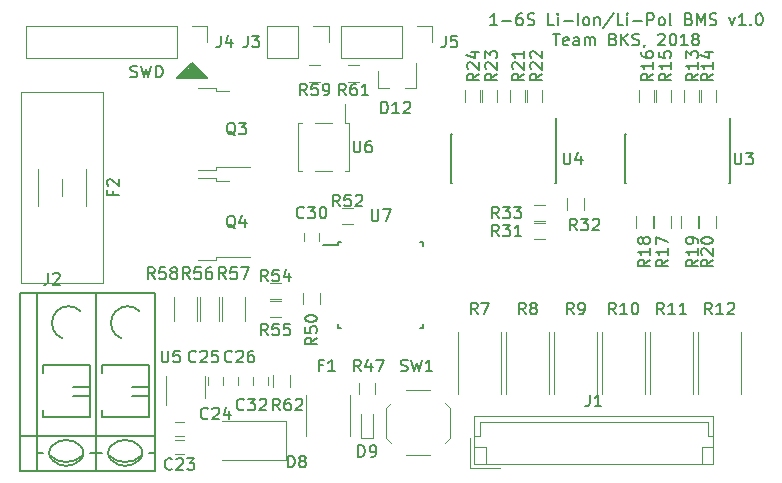
<source format=gbr>
G04 #@! TF.FileFunction,Legend,Top*
%FSLAX46Y46*%
G04 Gerber Fmt 4.6, Leading zero omitted, Abs format (unit mm)*
G04 Created by KiCad (PCBNEW 4.0.7) date 05/04/18 22:17:42*
%MOMM*%
%LPD*%
G01*
G04 APERTURE LIST*
%ADD10C,0.100000*%
%ADD11C,0.200000*%
%ADD12C,0.120000*%
%ADD13C,0.150000*%
G04 APERTURE END LIST*
D10*
D11*
X82773620Y-39480381D02*
X82202191Y-39480381D01*
X82487905Y-39480381D02*
X82487905Y-38480381D01*
X82392667Y-38623238D01*
X82297429Y-38718476D01*
X82202191Y-38766095D01*
X83202191Y-39099429D02*
X83964096Y-39099429D01*
X84868858Y-38480381D02*
X84678381Y-38480381D01*
X84583143Y-38528000D01*
X84535524Y-38575619D01*
X84440286Y-38718476D01*
X84392667Y-38908952D01*
X84392667Y-39289905D01*
X84440286Y-39385143D01*
X84487905Y-39432762D01*
X84583143Y-39480381D01*
X84773620Y-39480381D01*
X84868858Y-39432762D01*
X84916477Y-39385143D01*
X84964096Y-39289905D01*
X84964096Y-39051810D01*
X84916477Y-38956571D01*
X84868858Y-38908952D01*
X84773620Y-38861333D01*
X84583143Y-38861333D01*
X84487905Y-38908952D01*
X84440286Y-38956571D01*
X84392667Y-39051810D01*
X85345048Y-39432762D02*
X85487905Y-39480381D01*
X85726001Y-39480381D01*
X85821239Y-39432762D01*
X85868858Y-39385143D01*
X85916477Y-39289905D01*
X85916477Y-39194667D01*
X85868858Y-39099429D01*
X85821239Y-39051810D01*
X85726001Y-39004190D01*
X85535524Y-38956571D01*
X85440286Y-38908952D01*
X85392667Y-38861333D01*
X85345048Y-38766095D01*
X85345048Y-38670857D01*
X85392667Y-38575619D01*
X85440286Y-38528000D01*
X85535524Y-38480381D01*
X85773620Y-38480381D01*
X85916477Y-38528000D01*
X87583144Y-39480381D02*
X87106953Y-39480381D01*
X87106953Y-38480381D01*
X87916477Y-39480381D02*
X87916477Y-38813714D01*
X87916477Y-38480381D02*
X87868858Y-38528000D01*
X87916477Y-38575619D01*
X87964096Y-38528000D01*
X87916477Y-38480381D01*
X87916477Y-38575619D01*
X88392667Y-39099429D02*
X89154572Y-39099429D01*
X89630762Y-39480381D02*
X89630762Y-38480381D01*
X90249809Y-39480381D02*
X90154571Y-39432762D01*
X90106952Y-39385143D01*
X90059333Y-39289905D01*
X90059333Y-39004190D01*
X90106952Y-38908952D01*
X90154571Y-38861333D01*
X90249809Y-38813714D01*
X90392667Y-38813714D01*
X90487905Y-38861333D01*
X90535524Y-38908952D01*
X90583143Y-39004190D01*
X90583143Y-39289905D01*
X90535524Y-39385143D01*
X90487905Y-39432762D01*
X90392667Y-39480381D01*
X90249809Y-39480381D01*
X91011714Y-38813714D02*
X91011714Y-39480381D01*
X91011714Y-38908952D02*
X91059333Y-38861333D01*
X91154571Y-38813714D01*
X91297429Y-38813714D01*
X91392667Y-38861333D01*
X91440286Y-38956571D01*
X91440286Y-39480381D01*
X92630762Y-38432762D02*
X91773619Y-39718476D01*
X93440286Y-39480381D02*
X92964095Y-39480381D01*
X92964095Y-38480381D01*
X93773619Y-39480381D02*
X93773619Y-38813714D01*
X93773619Y-38480381D02*
X93726000Y-38528000D01*
X93773619Y-38575619D01*
X93821238Y-38528000D01*
X93773619Y-38480381D01*
X93773619Y-38575619D01*
X94249809Y-39099429D02*
X95011714Y-39099429D01*
X95487904Y-39480381D02*
X95487904Y-38480381D01*
X95868857Y-38480381D01*
X95964095Y-38528000D01*
X96011714Y-38575619D01*
X96059333Y-38670857D01*
X96059333Y-38813714D01*
X96011714Y-38908952D01*
X95964095Y-38956571D01*
X95868857Y-39004190D01*
X95487904Y-39004190D01*
X96630761Y-39480381D02*
X96535523Y-39432762D01*
X96487904Y-39385143D01*
X96440285Y-39289905D01*
X96440285Y-39004190D01*
X96487904Y-38908952D01*
X96535523Y-38861333D01*
X96630761Y-38813714D01*
X96773619Y-38813714D01*
X96868857Y-38861333D01*
X96916476Y-38908952D01*
X96964095Y-39004190D01*
X96964095Y-39289905D01*
X96916476Y-39385143D01*
X96868857Y-39432762D01*
X96773619Y-39480381D01*
X96630761Y-39480381D01*
X97535523Y-39480381D02*
X97440285Y-39432762D01*
X97392666Y-39337524D01*
X97392666Y-38480381D01*
X99011715Y-38956571D02*
X99154572Y-39004190D01*
X99202191Y-39051810D01*
X99249810Y-39147048D01*
X99249810Y-39289905D01*
X99202191Y-39385143D01*
X99154572Y-39432762D01*
X99059334Y-39480381D01*
X98678381Y-39480381D01*
X98678381Y-38480381D01*
X99011715Y-38480381D01*
X99106953Y-38528000D01*
X99154572Y-38575619D01*
X99202191Y-38670857D01*
X99202191Y-38766095D01*
X99154572Y-38861333D01*
X99106953Y-38908952D01*
X99011715Y-38956571D01*
X98678381Y-38956571D01*
X99678381Y-39480381D02*
X99678381Y-38480381D01*
X100011715Y-39194667D01*
X100345048Y-38480381D01*
X100345048Y-39480381D01*
X100773619Y-39432762D02*
X100916476Y-39480381D01*
X101154572Y-39480381D01*
X101249810Y-39432762D01*
X101297429Y-39385143D01*
X101345048Y-39289905D01*
X101345048Y-39194667D01*
X101297429Y-39099429D01*
X101249810Y-39051810D01*
X101154572Y-39004190D01*
X100964095Y-38956571D01*
X100868857Y-38908952D01*
X100821238Y-38861333D01*
X100773619Y-38766095D01*
X100773619Y-38670857D01*
X100821238Y-38575619D01*
X100868857Y-38528000D01*
X100964095Y-38480381D01*
X101202191Y-38480381D01*
X101345048Y-38528000D01*
X102440286Y-38813714D02*
X102678381Y-39480381D01*
X102916477Y-38813714D01*
X103821239Y-39480381D02*
X103249810Y-39480381D01*
X103535524Y-39480381D02*
X103535524Y-38480381D01*
X103440286Y-38623238D01*
X103345048Y-38718476D01*
X103249810Y-38766095D01*
X104249810Y-39385143D02*
X104297429Y-39432762D01*
X104249810Y-39480381D01*
X104202191Y-39432762D01*
X104249810Y-39385143D01*
X104249810Y-39480381D01*
X104916476Y-38480381D02*
X105011715Y-38480381D01*
X105106953Y-38528000D01*
X105154572Y-38575619D01*
X105202191Y-38670857D01*
X105249810Y-38861333D01*
X105249810Y-39099429D01*
X105202191Y-39289905D01*
X105154572Y-39385143D01*
X105106953Y-39432762D01*
X105011715Y-39480381D01*
X104916476Y-39480381D01*
X104821238Y-39432762D01*
X104773619Y-39385143D01*
X104726000Y-39289905D01*
X104678381Y-39099429D01*
X104678381Y-38861333D01*
X104726000Y-38670857D01*
X104773619Y-38575619D01*
X104821238Y-38528000D01*
X104916476Y-38480381D01*
X87511714Y-40180381D02*
X88083143Y-40180381D01*
X87797428Y-41180381D02*
X87797428Y-40180381D01*
X88797429Y-41132762D02*
X88702191Y-41180381D01*
X88511714Y-41180381D01*
X88416476Y-41132762D01*
X88368857Y-41037524D01*
X88368857Y-40656571D01*
X88416476Y-40561333D01*
X88511714Y-40513714D01*
X88702191Y-40513714D01*
X88797429Y-40561333D01*
X88845048Y-40656571D01*
X88845048Y-40751810D01*
X88368857Y-40847048D01*
X89702191Y-41180381D02*
X89702191Y-40656571D01*
X89654572Y-40561333D01*
X89559334Y-40513714D01*
X89368857Y-40513714D01*
X89273619Y-40561333D01*
X89702191Y-41132762D02*
X89606953Y-41180381D01*
X89368857Y-41180381D01*
X89273619Y-41132762D01*
X89226000Y-41037524D01*
X89226000Y-40942286D01*
X89273619Y-40847048D01*
X89368857Y-40799429D01*
X89606953Y-40799429D01*
X89702191Y-40751810D01*
X90178381Y-41180381D02*
X90178381Y-40513714D01*
X90178381Y-40608952D02*
X90226000Y-40561333D01*
X90321238Y-40513714D01*
X90464096Y-40513714D01*
X90559334Y-40561333D01*
X90606953Y-40656571D01*
X90606953Y-41180381D01*
X90606953Y-40656571D02*
X90654572Y-40561333D01*
X90749810Y-40513714D01*
X90892667Y-40513714D01*
X90987905Y-40561333D01*
X91035524Y-40656571D01*
X91035524Y-41180381D01*
X92606953Y-40656571D02*
X92749810Y-40704190D01*
X92797429Y-40751810D01*
X92845048Y-40847048D01*
X92845048Y-40989905D01*
X92797429Y-41085143D01*
X92749810Y-41132762D01*
X92654572Y-41180381D01*
X92273619Y-41180381D01*
X92273619Y-40180381D01*
X92606953Y-40180381D01*
X92702191Y-40228000D01*
X92749810Y-40275619D01*
X92797429Y-40370857D01*
X92797429Y-40466095D01*
X92749810Y-40561333D01*
X92702191Y-40608952D01*
X92606953Y-40656571D01*
X92273619Y-40656571D01*
X93273619Y-41180381D02*
X93273619Y-40180381D01*
X93845048Y-41180381D02*
X93416476Y-40608952D01*
X93845048Y-40180381D02*
X93273619Y-40751810D01*
X94226000Y-41132762D02*
X94368857Y-41180381D01*
X94606953Y-41180381D01*
X94702191Y-41132762D01*
X94749810Y-41085143D01*
X94797429Y-40989905D01*
X94797429Y-40894667D01*
X94749810Y-40799429D01*
X94702191Y-40751810D01*
X94606953Y-40704190D01*
X94416476Y-40656571D01*
X94321238Y-40608952D01*
X94273619Y-40561333D01*
X94226000Y-40466095D01*
X94226000Y-40370857D01*
X94273619Y-40275619D01*
X94321238Y-40228000D01*
X94416476Y-40180381D01*
X94654572Y-40180381D01*
X94797429Y-40228000D01*
X95273619Y-41132762D02*
X95273619Y-41180381D01*
X95226000Y-41275619D01*
X95178381Y-41323238D01*
X96416476Y-40275619D02*
X96464095Y-40228000D01*
X96559333Y-40180381D01*
X96797429Y-40180381D01*
X96892667Y-40228000D01*
X96940286Y-40275619D01*
X96987905Y-40370857D01*
X96987905Y-40466095D01*
X96940286Y-40608952D01*
X96368857Y-41180381D01*
X96987905Y-41180381D01*
X97606952Y-40180381D02*
X97702191Y-40180381D01*
X97797429Y-40228000D01*
X97845048Y-40275619D01*
X97892667Y-40370857D01*
X97940286Y-40561333D01*
X97940286Y-40799429D01*
X97892667Y-40989905D01*
X97845048Y-41085143D01*
X97797429Y-41132762D01*
X97702191Y-41180381D01*
X97606952Y-41180381D01*
X97511714Y-41132762D01*
X97464095Y-41085143D01*
X97416476Y-40989905D01*
X97368857Y-40799429D01*
X97368857Y-40561333D01*
X97416476Y-40370857D01*
X97464095Y-40275619D01*
X97511714Y-40228000D01*
X97606952Y-40180381D01*
X98892667Y-41180381D02*
X98321238Y-41180381D01*
X98606952Y-41180381D02*
X98606952Y-40180381D01*
X98511714Y-40323238D01*
X98416476Y-40418476D01*
X98321238Y-40466095D01*
X99464095Y-40608952D02*
X99368857Y-40561333D01*
X99321238Y-40513714D01*
X99273619Y-40418476D01*
X99273619Y-40370857D01*
X99321238Y-40275619D01*
X99368857Y-40228000D01*
X99464095Y-40180381D01*
X99654572Y-40180381D01*
X99749810Y-40228000D01*
X99797429Y-40275619D01*
X99845048Y-40370857D01*
X99845048Y-40418476D01*
X99797429Y-40513714D01*
X99749810Y-40561333D01*
X99654572Y-40608952D01*
X99464095Y-40608952D01*
X99368857Y-40656571D01*
X99321238Y-40704190D01*
X99273619Y-40799429D01*
X99273619Y-40989905D01*
X99321238Y-41085143D01*
X99368857Y-41132762D01*
X99464095Y-41180381D01*
X99654572Y-41180381D01*
X99749810Y-41132762D01*
X99797429Y-41085143D01*
X99845048Y-40989905D01*
X99845048Y-40799429D01*
X99797429Y-40704190D01*
X99749810Y-40656571D01*
X99654572Y-40608952D01*
X51728857Y-43838762D02*
X51871714Y-43886381D01*
X52109810Y-43886381D01*
X52205048Y-43838762D01*
X52252667Y-43791143D01*
X52300286Y-43695905D01*
X52300286Y-43600667D01*
X52252667Y-43505429D01*
X52205048Y-43457810D01*
X52109810Y-43410190D01*
X51919333Y-43362571D01*
X51824095Y-43314952D01*
X51776476Y-43267333D01*
X51728857Y-43172095D01*
X51728857Y-43076857D01*
X51776476Y-42981619D01*
X51824095Y-42934000D01*
X51919333Y-42886381D01*
X52157429Y-42886381D01*
X52300286Y-42934000D01*
X52633619Y-42886381D02*
X52871714Y-43886381D01*
X53062191Y-43172095D01*
X53252667Y-43886381D01*
X53490762Y-42886381D01*
X53871714Y-43886381D02*
X53871714Y-42886381D01*
X54109809Y-42886381D01*
X54252667Y-42934000D01*
X54347905Y-43029238D01*
X54395524Y-43124476D01*
X54443143Y-43314952D01*
X54443143Y-43457810D01*
X54395524Y-43648286D01*
X54347905Y-43743524D01*
X54252667Y-43838762D01*
X54109809Y-43886381D01*
X53871714Y-43886381D01*
X56642000Y-42926000D02*
X56896000Y-42926000D01*
X56134000Y-43942000D02*
X55880000Y-43688000D01*
X56388000Y-43942000D02*
X56134000Y-43942000D01*
X56134000Y-43688000D02*
X56388000Y-43942000D01*
X56134000Y-43434000D02*
X56134000Y-43688000D01*
X56642000Y-43942000D02*
X56134000Y-43434000D01*
X56896000Y-43942000D02*
X56642000Y-43942000D01*
X56388000Y-43434000D02*
X56896000Y-43942000D01*
X56642000Y-43180000D02*
X56388000Y-43434000D01*
X57404000Y-43942000D02*
X56642000Y-43180000D01*
X57150000Y-43942000D02*
X57404000Y-43942000D01*
X56388000Y-43180000D02*
X57150000Y-43942000D01*
X56642000Y-42926000D02*
X56388000Y-43180000D01*
X57658000Y-43942000D02*
X56642000Y-42926000D01*
X57912000Y-43942000D02*
X57658000Y-43942000D01*
X56896000Y-42926000D02*
X57912000Y-43942000D01*
X56896000Y-42672000D02*
X56896000Y-42926000D01*
X58166000Y-43942000D02*
X56896000Y-42672000D01*
X55626000Y-43942000D02*
X58166000Y-43942000D01*
X56896000Y-42672000D02*
X55626000Y-43942000D01*
D12*
X55530000Y-74584000D02*
X56230000Y-74584000D01*
X56230000Y-75784000D02*
X55530000Y-75784000D01*
X56230000Y-74260000D02*
X55530000Y-74260000D01*
X55530000Y-73060000D02*
X56230000Y-73060000D01*
X59528000Y-69246000D02*
X59528000Y-69946000D01*
X58328000Y-69946000D02*
X58328000Y-69246000D01*
X59598000Y-69946000D02*
X59598000Y-69246000D01*
X60798000Y-69246000D02*
X60798000Y-69946000D01*
X67656000Y-57054000D02*
X67656000Y-57754000D01*
X66456000Y-57754000D02*
X66456000Y-57054000D01*
X62138000Y-69946000D02*
X62138000Y-69246000D01*
X63338000Y-69246000D02*
X63338000Y-69946000D01*
X64868000Y-76326000D02*
X64868000Y-73026000D01*
X64868000Y-73026000D02*
X59468000Y-73026000D01*
X64868000Y-76326000D02*
X59468000Y-76326000D01*
X71255000Y-74452000D02*
X72255000Y-74452000D01*
X72255000Y-74452000D02*
X72255000Y-72352000D01*
X71255000Y-74452000D02*
X71255000Y-72352000D01*
X72715000Y-44829000D02*
X73645000Y-44829000D01*
X75875000Y-44829000D02*
X74945000Y-44829000D01*
X75875000Y-44829000D02*
X75875000Y-42669000D01*
X72715000Y-44829000D02*
X72715000Y-43369000D01*
X70333000Y-74247000D02*
X70333000Y-70787000D01*
X66573000Y-74247000D02*
X66573000Y-70787000D01*
X49395000Y-45120000D02*
X42455000Y-45120000D01*
X42455000Y-45120000D02*
X42455000Y-61320000D01*
X42455000Y-61320000D02*
X49395000Y-61320000D01*
X49395000Y-61320000D02*
X49395000Y-45120000D01*
X45925000Y-52470000D02*
X45925000Y-53970000D01*
X43925000Y-54820000D02*
X43925000Y-51620000D01*
X47925000Y-51620000D02*
X47925000Y-54820000D01*
X80789000Y-72545000D02*
X80789000Y-76645000D01*
X80789000Y-76645000D02*
X101089000Y-76645000D01*
X101089000Y-76645000D02*
X101089000Y-72545000D01*
X101089000Y-72545000D02*
X80789000Y-72545000D01*
X80789000Y-74295000D02*
X81289000Y-74295000D01*
X81289000Y-74295000D02*
X81289000Y-73045000D01*
X81289000Y-73045000D02*
X100589000Y-73045000D01*
X100589000Y-73045000D02*
X100589000Y-74295000D01*
X100589000Y-74295000D02*
X101089000Y-74295000D01*
X80789000Y-75145000D02*
X81789000Y-75145000D01*
X81789000Y-75145000D02*
X81789000Y-76645000D01*
X101089000Y-75145000D02*
X100089000Y-75145000D01*
X100089000Y-75145000D02*
X100089000Y-76645000D01*
X80489000Y-74445000D02*
X80489000Y-76945000D01*
X80489000Y-76945000D02*
X82989000Y-76945000D01*
D13*
X48835000Y-74285000D02*
X53835000Y-74285000D01*
X53834040Y-62184280D02*
X48835320Y-62184280D01*
X53834040Y-77185520D02*
X48835320Y-77185520D01*
X53834040Y-62184280D02*
X53834040Y-77185520D01*
X48835320Y-75684380D02*
X49335700Y-75684380D01*
X53834040Y-75684380D02*
X53336200Y-75684380D01*
X49284900Y-72684640D02*
X49284900Y-72085200D01*
X53285400Y-72684640D02*
X49284900Y-72684640D01*
X53285400Y-68285360D02*
X53285400Y-72684640D01*
X49284900Y-68285360D02*
X53285400Y-68285360D01*
X49284900Y-68285360D02*
X49284900Y-68884800D01*
X53285400Y-70086220D02*
X51885860Y-70086220D01*
X53285400Y-70883780D02*
X51885860Y-70883780D01*
X52485300Y-63685420D02*
G75*
G03X50483780Y-63685420I-1000760J-1000760D01*
G01*
X50486320Y-63685420D02*
G75*
G03X50483780Y-65684400I998220J-1000760D01*
G01*
X52482760Y-75087480D02*
G75*
G03X50085000Y-75087480I-1198880J-1198880D01*
G01*
X50085000Y-76286360D02*
G75*
G03X52485300Y-76283820I1198880J1201420D01*
G01*
X50085000Y-75084940D02*
G75*
G03X50085000Y-76283820I599440J-599440D01*
G01*
X52485300Y-76286360D02*
G75*
G03X52487840Y-75084940I-599440J601980D01*
G01*
X49884340Y-75887580D02*
G75*
G03X52685960Y-75885040I1399540J1402080D01*
G01*
X50186600Y-64137540D02*
G75*
G03X50935900Y-65984120I1297940J-548640D01*
G01*
X48835000Y-74285000D02*
X42335000Y-74285000D01*
X43835000Y-77185000D02*
X42335000Y-77185000D01*
X42335000Y-77185000D02*
X42335000Y-62185000D01*
X42335000Y-62185000D02*
X43835000Y-62185000D01*
X45186600Y-64137540D02*
G75*
G03X45935900Y-65984120I1297940J-548640D01*
G01*
X44884340Y-75887580D02*
G75*
G03X47685960Y-75885040I1399540J1402080D01*
G01*
X47485300Y-76286360D02*
G75*
G03X47487840Y-75084940I-599440J601980D01*
G01*
X45085000Y-75084940D02*
G75*
G03X45085000Y-76283820I599440J-599440D01*
G01*
X45085000Y-76286360D02*
G75*
G03X47485300Y-76283820I1198880J1201420D01*
G01*
X47482760Y-75087480D02*
G75*
G03X45085000Y-75087480I-1198880J-1198880D01*
G01*
X45486320Y-63685420D02*
G75*
G03X45483780Y-65684400I998220J-1000760D01*
G01*
X47485300Y-63685420D02*
G75*
G03X45483780Y-63685420I-1000760J-1000760D01*
G01*
X48285400Y-70883780D02*
X46885860Y-70883780D01*
X48285400Y-70086220D02*
X46885860Y-70086220D01*
X44284900Y-68285360D02*
X44284900Y-68884800D01*
X44284900Y-68285360D02*
X48285400Y-68285360D01*
X48285400Y-68285360D02*
X48285400Y-72684640D01*
X48285400Y-72684640D02*
X44284900Y-72684640D01*
X44284900Y-72684640D02*
X44284900Y-72085200D01*
X48834040Y-75684380D02*
X48336200Y-75684380D01*
X43835320Y-75684380D02*
X44335700Y-75684380D01*
X48834040Y-62184280D02*
X48834040Y-77185520D01*
X48834040Y-77185520D02*
X43835320Y-77185520D01*
X43835320Y-77185520D02*
X43835320Y-62184280D01*
X48834040Y-62184280D02*
X43835320Y-62184280D01*
D12*
X63313000Y-39564000D02*
X63313000Y-42224000D01*
X65913000Y-39564000D02*
X63313000Y-39564000D01*
X65913000Y-42224000D02*
X63313000Y-42224000D01*
X65913000Y-39564000D02*
X65913000Y-42224000D01*
X67183000Y-39564000D02*
X68513000Y-39564000D01*
X68513000Y-39564000D02*
X68513000Y-40894000D01*
X42866000Y-39564000D02*
X42866000Y-42224000D01*
X55626000Y-39564000D02*
X42866000Y-39564000D01*
X55626000Y-42224000D02*
X42866000Y-42224000D01*
X55626000Y-39564000D02*
X55626000Y-42224000D01*
X56896000Y-39564000D02*
X58226000Y-39564000D01*
X58226000Y-39564000D02*
X58226000Y-40894000D01*
X69536000Y-39564000D02*
X69536000Y-42224000D01*
X74676000Y-39564000D02*
X69536000Y-39564000D01*
X74676000Y-42224000D02*
X69536000Y-42224000D01*
X74676000Y-39564000D02*
X74676000Y-42224000D01*
X75946000Y-39564000D02*
X77276000Y-39564000D01*
X77276000Y-39564000D02*
X77276000Y-40894000D01*
X57485000Y-51710000D02*
X58985000Y-51710000D01*
X58985000Y-51710000D02*
X58985000Y-51440000D01*
X58985000Y-51440000D02*
X61815000Y-51440000D01*
X57485000Y-44810000D02*
X58985000Y-44810000D01*
X58985000Y-44810000D02*
X58985000Y-45080000D01*
X58985000Y-45080000D02*
X60085000Y-45080000D01*
X57485000Y-59330000D02*
X58985000Y-59330000D01*
X58985000Y-59330000D02*
X58985000Y-59060000D01*
X58985000Y-59060000D02*
X61815000Y-59060000D01*
X57485000Y-52430000D02*
X58985000Y-52430000D01*
X58985000Y-52430000D02*
X58985000Y-52700000D01*
X58985000Y-52700000D02*
X60085000Y-52700000D01*
X83100000Y-65472000D02*
X83100000Y-70672000D01*
X79460000Y-70672000D02*
X79460000Y-65472000D01*
X87164000Y-65472000D02*
X87164000Y-70672000D01*
X83524000Y-70672000D02*
X83524000Y-65472000D01*
X91228000Y-65472000D02*
X91228000Y-70672000D01*
X87588000Y-70672000D02*
X87588000Y-65472000D01*
X95292000Y-65472000D02*
X95292000Y-70672000D01*
X91652000Y-70672000D02*
X91652000Y-65472000D01*
X99356000Y-65472000D02*
X99356000Y-70672000D01*
X95716000Y-70672000D02*
X95716000Y-65472000D01*
X103420000Y-65472000D02*
X103420000Y-70672000D01*
X99780000Y-70672000D02*
X99780000Y-65472000D01*
X99994000Y-44966000D02*
X99994000Y-45966000D01*
X98634000Y-45966000D02*
X98634000Y-44966000D01*
X101264000Y-44966000D02*
X101264000Y-45966000D01*
X99904000Y-45966000D02*
X99904000Y-44966000D01*
X97454000Y-44966000D02*
X97454000Y-45966000D01*
X96094000Y-45966000D02*
X96094000Y-44966000D01*
X96184000Y-44966000D02*
X96184000Y-45966000D01*
X94824000Y-45966000D02*
X94824000Y-44966000D01*
X96094000Y-56634000D02*
X96094000Y-55634000D01*
X97454000Y-55634000D02*
X97454000Y-56634000D01*
X94570000Y-56634000D02*
X94570000Y-55634000D01*
X95930000Y-55634000D02*
X95930000Y-56634000D01*
X98380000Y-56634000D02*
X98380000Y-55634000D01*
X99740000Y-55634000D02*
X99740000Y-56634000D01*
X99904000Y-56634000D02*
X99904000Y-55634000D01*
X101264000Y-55634000D02*
X101264000Y-56634000D01*
X85262000Y-44966000D02*
X85262000Y-45966000D01*
X83902000Y-45966000D02*
X83902000Y-44966000D01*
X86532000Y-44966000D02*
X86532000Y-45966000D01*
X85172000Y-45966000D02*
X85172000Y-44966000D01*
X82722000Y-44966000D02*
X82722000Y-45966000D01*
X81362000Y-45966000D02*
X81362000Y-44966000D01*
X81452000Y-44966000D02*
X81452000Y-45966000D01*
X80092000Y-45966000D02*
X80092000Y-44966000D01*
X86860000Y-57576000D02*
X85860000Y-57576000D01*
X85860000Y-56216000D02*
X86860000Y-56216000D01*
X90088000Y-54110000D02*
X90088000Y-55110000D01*
X88728000Y-55110000D02*
X88728000Y-54110000D01*
X85860000Y-54692000D02*
X86860000Y-54692000D01*
X86860000Y-56052000D02*
X85860000Y-56052000D01*
X71075000Y-70731000D02*
X71075000Y-69731000D01*
X72435000Y-69731000D02*
X72435000Y-70731000D01*
X67736000Y-62111000D02*
X67736000Y-63111000D01*
X66376000Y-63111000D02*
X66376000Y-62111000D01*
X69604000Y-54946000D02*
X70604000Y-54946000D01*
X70604000Y-56306000D02*
X69604000Y-56306000D01*
X63508000Y-61296000D02*
X64508000Y-61296000D01*
X64508000Y-62656000D02*
X63508000Y-62656000D01*
X63508000Y-62820000D02*
X64508000Y-62820000D01*
X64508000Y-64180000D02*
X63508000Y-64180000D01*
X59490000Y-62500000D02*
X59490000Y-64500000D01*
X57350000Y-64500000D02*
X57350000Y-62500000D01*
X61395000Y-62500000D02*
X61395000Y-64500000D01*
X59255000Y-64500000D02*
X59255000Y-62500000D01*
X57585000Y-62500000D02*
X57585000Y-64500000D01*
X55445000Y-64500000D02*
X55445000Y-62500000D01*
X67810000Y-44241000D02*
X66810000Y-44241000D01*
X66810000Y-42881000D02*
X67810000Y-42881000D01*
X71112000Y-44241000D02*
X70112000Y-44241000D01*
X70112000Y-42881000D02*
X71112000Y-42881000D01*
X65196000Y-69096000D02*
X65196000Y-70096000D01*
X63836000Y-70096000D02*
X63836000Y-69096000D01*
X78373000Y-74852000D02*
X78823000Y-74402000D01*
X78373000Y-71452000D02*
X78823000Y-71902000D01*
X73773000Y-71452000D02*
X73323000Y-71902000D01*
X73773000Y-74852000D02*
X73323000Y-74402000D01*
X75073000Y-70402000D02*
X77073000Y-70402000D01*
X78823000Y-74402000D02*
X78823000Y-71902000D01*
X75073000Y-75902000D02*
X77073000Y-75902000D01*
X73323000Y-74402000D02*
X73323000Y-71902000D01*
D13*
X102494000Y-48725000D02*
X102469000Y-48725000D01*
X102494000Y-52875000D02*
X102379000Y-52875000D01*
X93594000Y-52875000D02*
X93709000Y-52875000D01*
X93594000Y-48725000D02*
X93709000Y-48725000D01*
X102494000Y-48725000D02*
X102494000Y-52875000D01*
X93594000Y-48725000D02*
X93594000Y-52875000D01*
X102469000Y-48725000D02*
X102469000Y-47350000D01*
X87762000Y-48725000D02*
X87737000Y-48725000D01*
X87762000Y-52875000D02*
X87647000Y-52875000D01*
X78862000Y-52875000D02*
X78977000Y-52875000D01*
X78862000Y-48725000D02*
X78977000Y-48725000D01*
X87762000Y-48725000D02*
X87762000Y-52875000D01*
X78862000Y-48725000D02*
X78862000Y-52875000D01*
X87737000Y-48725000D02*
X87737000Y-47350000D01*
D12*
X57998000Y-71004000D02*
X57998000Y-69204000D01*
X54778000Y-69204000D02*
X54778000Y-71654000D01*
X65922000Y-51784000D02*
X66272000Y-51784000D01*
X65922000Y-47784000D02*
X65922000Y-51784000D01*
X66272000Y-47784000D02*
X65922000Y-47784000D01*
X69872000Y-47784000D02*
X69872000Y-46184000D01*
X70222000Y-51784000D02*
X69872000Y-51784000D01*
X70222000Y-47784000D02*
X70222000Y-51784000D01*
X69872000Y-47784000D02*
X70222000Y-47784000D01*
X67322000Y-47784000D02*
X68822000Y-47784000D01*
X67322000Y-51784000D02*
X68822000Y-51784000D01*
D13*
X69273000Y-57843000D02*
X69273000Y-58068000D01*
X76523000Y-57843000D02*
X76523000Y-58143000D01*
X76523000Y-65093000D02*
X76523000Y-64793000D01*
X69273000Y-65093000D02*
X69273000Y-64793000D01*
X69273000Y-57843000D02*
X69573000Y-57843000D01*
X69273000Y-65093000D02*
X69573000Y-65093000D01*
X76523000Y-65093000D02*
X76223000Y-65093000D01*
X76523000Y-57843000D02*
X76223000Y-57843000D01*
X69273000Y-58068000D02*
X68048000Y-58068000D01*
X55237143Y-77041143D02*
X55189524Y-77088762D01*
X55046667Y-77136381D01*
X54951429Y-77136381D01*
X54808571Y-77088762D01*
X54713333Y-76993524D01*
X54665714Y-76898286D01*
X54618095Y-76707810D01*
X54618095Y-76564952D01*
X54665714Y-76374476D01*
X54713333Y-76279238D01*
X54808571Y-76184000D01*
X54951429Y-76136381D01*
X55046667Y-76136381D01*
X55189524Y-76184000D01*
X55237143Y-76231619D01*
X55618095Y-76231619D02*
X55665714Y-76184000D01*
X55760952Y-76136381D01*
X55999048Y-76136381D01*
X56094286Y-76184000D01*
X56141905Y-76231619D01*
X56189524Y-76326857D01*
X56189524Y-76422095D01*
X56141905Y-76564952D01*
X55570476Y-77136381D01*
X56189524Y-77136381D01*
X56522857Y-76136381D02*
X57141905Y-76136381D01*
X56808571Y-76517333D01*
X56951429Y-76517333D01*
X57046667Y-76564952D01*
X57094286Y-76612571D01*
X57141905Y-76707810D01*
X57141905Y-76945905D01*
X57094286Y-77041143D01*
X57046667Y-77088762D01*
X56951429Y-77136381D01*
X56665714Y-77136381D01*
X56570476Y-77088762D01*
X56522857Y-77041143D01*
X58285143Y-72747143D02*
X58237524Y-72794762D01*
X58094667Y-72842381D01*
X57999429Y-72842381D01*
X57856571Y-72794762D01*
X57761333Y-72699524D01*
X57713714Y-72604286D01*
X57666095Y-72413810D01*
X57666095Y-72270952D01*
X57713714Y-72080476D01*
X57761333Y-71985238D01*
X57856571Y-71890000D01*
X57999429Y-71842381D01*
X58094667Y-71842381D01*
X58237524Y-71890000D01*
X58285143Y-71937619D01*
X58666095Y-71937619D02*
X58713714Y-71890000D01*
X58808952Y-71842381D01*
X59047048Y-71842381D01*
X59142286Y-71890000D01*
X59189905Y-71937619D01*
X59237524Y-72032857D01*
X59237524Y-72128095D01*
X59189905Y-72270952D01*
X58618476Y-72842381D01*
X59237524Y-72842381D01*
X60094667Y-72175714D02*
X60094667Y-72842381D01*
X59856571Y-71794762D02*
X59618476Y-72509048D01*
X60237524Y-72509048D01*
X57269143Y-67921143D02*
X57221524Y-67968762D01*
X57078667Y-68016381D01*
X56983429Y-68016381D01*
X56840571Y-67968762D01*
X56745333Y-67873524D01*
X56697714Y-67778286D01*
X56650095Y-67587810D01*
X56650095Y-67444952D01*
X56697714Y-67254476D01*
X56745333Y-67159238D01*
X56840571Y-67064000D01*
X56983429Y-67016381D01*
X57078667Y-67016381D01*
X57221524Y-67064000D01*
X57269143Y-67111619D01*
X57650095Y-67111619D02*
X57697714Y-67064000D01*
X57792952Y-67016381D01*
X58031048Y-67016381D01*
X58126286Y-67064000D01*
X58173905Y-67111619D01*
X58221524Y-67206857D01*
X58221524Y-67302095D01*
X58173905Y-67444952D01*
X57602476Y-68016381D01*
X58221524Y-68016381D01*
X59126286Y-67016381D02*
X58650095Y-67016381D01*
X58602476Y-67492571D01*
X58650095Y-67444952D01*
X58745333Y-67397333D01*
X58983429Y-67397333D01*
X59078667Y-67444952D01*
X59126286Y-67492571D01*
X59173905Y-67587810D01*
X59173905Y-67825905D01*
X59126286Y-67921143D01*
X59078667Y-67968762D01*
X58983429Y-68016381D01*
X58745333Y-68016381D01*
X58650095Y-67968762D01*
X58602476Y-67921143D01*
X60317143Y-67921143D02*
X60269524Y-67968762D01*
X60126667Y-68016381D01*
X60031429Y-68016381D01*
X59888571Y-67968762D01*
X59793333Y-67873524D01*
X59745714Y-67778286D01*
X59698095Y-67587810D01*
X59698095Y-67444952D01*
X59745714Y-67254476D01*
X59793333Y-67159238D01*
X59888571Y-67064000D01*
X60031429Y-67016381D01*
X60126667Y-67016381D01*
X60269524Y-67064000D01*
X60317143Y-67111619D01*
X60698095Y-67111619D02*
X60745714Y-67064000D01*
X60840952Y-67016381D01*
X61079048Y-67016381D01*
X61174286Y-67064000D01*
X61221905Y-67111619D01*
X61269524Y-67206857D01*
X61269524Y-67302095D01*
X61221905Y-67444952D01*
X60650476Y-68016381D01*
X61269524Y-68016381D01*
X62126667Y-67016381D02*
X61936190Y-67016381D01*
X61840952Y-67064000D01*
X61793333Y-67111619D01*
X61698095Y-67254476D01*
X61650476Y-67444952D01*
X61650476Y-67825905D01*
X61698095Y-67921143D01*
X61745714Y-67968762D01*
X61840952Y-68016381D01*
X62031429Y-68016381D01*
X62126667Y-67968762D01*
X62174286Y-67921143D01*
X62221905Y-67825905D01*
X62221905Y-67587810D01*
X62174286Y-67492571D01*
X62126667Y-67444952D01*
X62031429Y-67397333D01*
X61840952Y-67397333D01*
X61745714Y-67444952D01*
X61698095Y-67492571D01*
X61650476Y-67587810D01*
X66413143Y-55729143D02*
X66365524Y-55776762D01*
X66222667Y-55824381D01*
X66127429Y-55824381D01*
X65984571Y-55776762D01*
X65889333Y-55681524D01*
X65841714Y-55586286D01*
X65794095Y-55395810D01*
X65794095Y-55252952D01*
X65841714Y-55062476D01*
X65889333Y-54967238D01*
X65984571Y-54872000D01*
X66127429Y-54824381D01*
X66222667Y-54824381D01*
X66365524Y-54872000D01*
X66413143Y-54919619D01*
X66746476Y-54824381D02*
X67365524Y-54824381D01*
X67032190Y-55205333D01*
X67175048Y-55205333D01*
X67270286Y-55252952D01*
X67317905Y-55300571D01*
X67365524Y-55395810D01*
X67365524Y-55633905D01*
X67317905Y-55729143D01*
X67270286Y-55776762D01*
X67175048Y-55824381D01*
X66889333Y-55824381D01*
X66794095Y-55776762D01*
X66746476Y-55729143D01*
X67984571Y-54824381D02*
X68079810Y-54824381D01*
X68175048Y-54872000D01*
X68222667Y-54919619D01*
X68270286Y-55014857D01*
X68317905Y-55205333D01*
X68317905Y-55443429D01*
X68270286Y-55633905D01*
X68222667Y-55729143D01*
X68175048Y-55776762D01*
X68079810Y-55824381D01*
X67984571Y-55824381D01*
X67889333Y-55776762D01*
X67841714Y-55729143D01*
X67794095Y-55633905D01*
X67746476Y-55443429D01*
X67746476Y-55205333D01*
X67794095Y-55014857D01*
X67841714Y-54919619D01*
X67889333Y-54872000D01*
X67984571Y-54824381D01*
X61333143Y-71985143D02*
X61285524Y-72032762D01*
X61142667Y-72080381D01*
X61047429Y-72080381D01*
X60904571Y-72032762D01*
X60809333Y-71937524D01*
X60761714Y-71842286D01*
X60714095Y-71651810D01*
X60714095Y-71508952D01*
X60761714Y-71318476D01*
X60809333Y-71223238D01*
X60904571Y-71128000D01*
X61047429Y-71080381D01*
X61142667Y-71080381D01*
X61285524Y-71128000D01*
X61333143Y-71175619D01*
X61666476Y-71080381D02*
X62285524Y-71080381D01*
X61952190Y-71461333D01*
X62095048Y-71461333D01*
X62190286Y-71508952D01*
X62237905Y-71556571D01*
X62285524Y-71651810D01*
X62285524Y-71889905D01*
X62237905Y-71985143D01*
X62190286Y-72032762D01*
X62095048Y-72080381D01*
X61809333Y-72080381D01*
X61714095Y-72032762D01*
X61666476Y-71985143D01*
X62666476Y-71175619D02*
X62714095Y-71128000D01*
X62809333Y-71080381D01*
X63047429Y-71080381D01*
X63142667Y-71128000D01*
X63190286Y-71175619D01*
X63237905Y-71270857D01*
X63237905Y-71366095D01*
X63190286Y-71508952D01*
X62618857Y-72080381D01*
X63237905Y-72080381D01*
X65047905Y-76906381D02*
X65047905Y-75906381D01*
X65286000Y-75906381D01*
X65428858Y-75954000D01*
X65524096Y-76049238D01*
X65571715Y-76144476D01*
X65619334Y-76334952D01*
X65619334Y-76477810D01*
X65571715Y-76668286D01*
X65524096Y-76763524D01*
X65428858Y-76858762D01*
X65286000Y-76906381D01*
X65047905Y-76906381D01*
X66190762Y-76334952D02*
X66095524Y-76287333D01*
X66047905Y-76239714D01*
X66000286Y-76144476D01*
X66000286Y-76096857D01*
X66047905Y-76001619D01*
X66095524Y-75954000D01*
X66190762Y-75906381D01*
X66381239Y-75906381D01*
X66476477Y-75954000D01*
X66524096Y-76001619D01*
X66571715Y-76096857D01*
X66571715Y-76144476D01*
X66524096Y-76239714D01*
X66476477Y-76287333D01*
X66381239Y-76334952D01*
X66190762Y-76334952D01*
X66095524Y-76382571D01*
X66047905Y-76430190D01*
X66000286Y-76525429D01*
X66000286Y-76715905D01*
X66047905Y-76811143D01*
X66095524Y-76858762D01*
X66190762Y-76906381D01*
X66381239Y-76906381D01*
X66476477Y-76858762D01*
X66524096Y-76811143D01*
X66571715Y-76715905D01*
X66571715Y-76525429D01*
X66524096Y-76430190D01*
X66476477Y-76382571D01*
X66381239Y-76334952D01*
X71016905Y-76017381D02*
X71016905Y-75017381D01*
X71255000Y-75017381D01*
X71397858Y-75065000D01*
X71493096Y-75160238D01*
X71540715Y-75255476D01*
X71588334Y-75445952D01*
X71588334Y-75588810D01*
X71540715Y-75779286D01*
X71493096Y-75874524D01*
X71397858Y-75969762D01*
X71255000Y-76017381D01*
X71016905Y-76017381D01*
X72064524Y-76017381D02*
X72255000Y-76017381D01*
X72350239Y-75969762D01*
X72397858Y-75922143D01*
X72493096Y-75779286D01*
X72540715Y-75588810D01*
X72540715Y-75207857D01*
X72493096Y-75112619D01*
X72445477Y-75065000D01*
X72350239Y-75017381D01*
X72159762Y-75017381D01*
X72064524Y-75065000D01*
X72016905Y-75112619D01*
X71969286Y-75207857D01*
X71969286Y-75445952D01*
X72016905Y-75541190D01*
X72064524Y-75588810D01*
X72159762Y-75636429D01*
X72350239Y-75636429D01*
X72445477Y-75588810D01*
X72493096Y-75541190D01*
X72540715Y-75445952D01*
X72953714Y-46934381D02*
X72953714Y-45934381D01*
X73191809Y-45934381D01*
X73334667Y-45982000D01*
X73429905Y-46077238D01*
X73477524Y-46172476D01*
X73525143Y-46362952D01*
X73525143Y-46505810D01*
X73477524Y-46696286D01*
X73429905Y-46791524D01*
X73334667Y-46886762D01*
X73191809Y-46934381D01*
X72953714Y-46934381D01*
X74477524Y-46934381D02*
X73906095Y-46934381D01*
X74191809Y-46934381D02*
X74191809Y-45934381D01*
X74096571Y-46077238D01*
X74001333Y-46172476D01*
X73906095Y-46220095D01*
X74858476Y-46029619D02*
X74906095Y-45982000D01*
X75001333Y-45934381D01*
X75239429Y-45934381D01*
X75334667Y-45982000D01*
X75382286Y-46029619D01*
X75429905Y-46124857D01*
X75429905Y-46220095D01*
X75382286Y-46362952D01*
X74810857Y-46934381D01*
X75429905Y-46934381D01*
X67992667Y-68254571D02*
X67659333Y-68254571D01*
X67659333Y-68778381D02*
X67659333Y-67778381D01*
X68135524Y-67778381D01*
X69040286Y-68778381D02*
X68468857Y-68778381D01*
X68754571Y-68778381D02*
X68754571Y-67778381D01*
X68659333Y-67921238D01*
X68564095Y-68016476D01*
X68468857Y-68064095D01*
X50223571Y-53553333D02*
X50223571Y-53886667D01*
X50747381Y-53886667D02*
X49747381Y-53886667D01*
X49747381Y-53410476D01*
X49842619Y-53077143D02*
X49795000Y-53029524D01*
X49747381Y-52934286D01*
X49747381Y-52696190D01*
X49795000Y-52600952D01*
X49842619Y-52553333D01*
X49937857Y-52505714D01*
X50033095Y-52505714D01*
X50175952Y-52553333D01*
X50747381Y-53124762D01*
X50747381Y-52505714D01*
X90605667Y-70747381D02*
X90605667Y-71461667D01*
X90558047Y-71604524D01*
X90462809Y-71699762D01*
X90319952Y-71747381D01*
X90224714Y-71747381D01*
X91605667Y-71747381D02*
X91034238Y-71747381D01*
X91319952Y-71747381D02*
X91319952Y-70747381D01*
X91224714Y-70890238D01*
X91129476Y-70985476D01*
X91034238Y-71033095D01*
X44751667Y-60437381D02*
X44751667Y-61151667D01*
X44704047Y-61294524D01*
X44608809Y-61389762D01*
X44465952Y-61437381D01*
X44370714Y-61437381D01*
X45180238Y-60532619D02*
X45227857Y-60485000D01*
X45323095Y-60437381D01*
X45561191Y-60437381D01*
X45656429Y-60485000D01*
X45704048Y-60532619D01*
X45751667Y-60627857D01*
X45751667Y-60723095D01*
X45704048Y-60865952D01*
X45132619Y-61437381D01*
X45751667Y-61437381D01*
X61642667Y-40346381D02*
X61642667Y-41060667D01*
X61595047Y-41203524D01*
X61499809Y-41298762D01*
X61356952Y-41346381D01*
X61261714Y-41346381D01*
X62023619Y-40346381D02*
X62642667Y-40346381D01*
X62309333Y-40727333D01*
X62452191Y-40727333D01*
X62547429Y-40774952D01*
X62595048Y-40822571D01*
X62642667Y-40917810D01*
X62642667Y-41155905D01*
X62595048Y-41251143D01*
X62547429Y-41298762D01*
X62452191Y-41346381D01*
X62166476Y-41346381D01*
X62071238Y-41298762D01*
X62023619Y-41251143D01*
X59356667Y-40346381D02*
X59356667Y-41060667D01*
X59309047Y-41203524D01*
X59213809Y-41298762D01*
X59070952Y-41346381D01*
X58975714Y-41346381D01*
X60261429Y-40679714D02*
X60261429Y-41346381D01*
X60023333Y-40298762D02*
X59785238Y-41013048D01*
X60404286Y-41013048D01*
X78406667Y-40346381D02*
X78406667Y-41060667D01*
X78359047Y-41203524D01*
X78263809Y-41298762D01*
X78120952Y-41346381D01*
X78025714Y-41346381D01*
X79359048Y-40346381D02*
X78882857Y-40346381D01*
X78835238Y-40822571D01*
X78882857Y-40774952D01*
X78978095Y-40727333D01*
X79216191Y-40727333D01*
X79311429Y-40774952D01*
X79359048Y-40822571D01*
X79406667Y-40917810D01*
X79406667Y-41155905D01*
X79359048Y-41251143D01*
X79311429Y-41298762D01*
X79216191Y-41346381D01*
X78978095Y-41346381D01*
X78882857Y-41298762D01*
X78835238Y-41251143D01*
X60610762Y-48807619D02*
X60515524Y-48760000D01*
X60420286Y-48664762D01*
X60277429Y-48521905D01*
X60182190Y-48474286D01*
X60086952Y-48474286D01*
X60134571Y-48712381D02*
X60039333Y-48664762D01*
X59944095Y-48569524D01*
X59896476Y-48379048D01*
X59896476Y-48045714D01*
X59944095Y-47855238D01*
X60039333Y-47760000D01*
X60134571Y-47712381D01*
X60325048Y-47712381D01*
X60420286Y-47760000D01*
X60515524Y-47855238D01*
X60563143Y-48045714D01*
X60563143Y-48379048D01*
X60515524Y-48569524D01*
X60420286Y-48664762D01*
X60325048Y-48712381D01*
X60134571Y-48712381D01*
X60896476Y-47712381D02*
X61515524Y-47712381D01*
X61182190Y-48093333D01*
X61325048Y-48093333D01*
X61420286Y-48140952D01*
X61467905Y-48188571D01*
X61515524Y-48283810D01*
X61515524Y-48521905D01*
X61467905Y-48617143D01*
X61420286Y-48664762D01*
X61325048Y-48712381D01*
X61039333Y-48712381D01*
X60944095Y-48664762D01*
X60896476Y-48617143D01*
X60610762Y-56681619D02*
X60515524Y-56634000D01*
X60420286Y-56538762D01*
X60277429Y-56395905D01*
X60182190Y-56348286D01*
X60086952Y-56348286D01*
X60134571Y-56586381D02*
X60039333Y-56538762D01*
X59944095Y-56443524D01*
X59896476Y-56253048D01*
X59896476Y-55919714D01*
X59944095Y-55729238D01*
X60039333Y-55634000D01*
X60134571Y-55586381D01*
X60325048Y-55586381D01*
X60420286Y-55634000D01*
X60515524Y-55729238D01*
X60563143Y-55919714D01*
X60563143Y-56253048D01*
X60515524Y-56443524D01*
X60420286Y-56538762D01*
X60325048Y-56586381D01*
X60134571Y-56586381D01*
X61420286Y-55919714D02*
X61420286Y-56586381D01*
X61182190Y-55538762D02*
X60944095Y-56253048D01*
X61563143Y-56253048D01*
X81113334Y-63952381D02*
X80780000Y-63476190D01*
X80541905Y-63952381D02*
X80541905Y-62952381D01*
X80922858Y-62952381D01*
X81018096Y-63000000D01*
X81065715Y-63047619D01*
X81113334Y-63142857D01*
X81113334Y-63285714D01*
X81065715Y-63380952D01*
X81018096Y-63428571D01*
X80922858Y-63476190D01*
X80541905Y-63476190D01*
X81446667Y-62952381D02*
X82113334Y-62952381D01*
X81684762Y-63952381D01*
X85177334Y-63952381D02*
X84844000Y-63476190D01*
X84605905Y-63952381D02*
X84605905Y-62952381D01*
X84986858Y-62952381D01*
X85082096Y-63000000D01*
X85129715Y-63047619D01*
X85177334Y-63142857D01*
X85177334Y-63285714D01*
X85129715Y-63380952D01*
X85082096Y-63428571D01*
X84986858Y-63476190D01*
X84605905Y-63476190D01*
X85748762Y-63380952D02*
X85653524Y-63333333D01*
X85605905Y-63285714D01*
X85558286Y-63190476D01*
X85558286Y-63142857D01*
X85605905Y-63047619D01*
X85653524Y-63000000D01*
X85748762Y-62952381D01*
X85939239Y-62952381D01*
X86034477Y-63000000D01*
X86082096Y-63047619D01*
X86129715Y-63142857D01*
X86129715Y-63190476D01*
X86082096Y-63285714D01*
X86034477Y-63333333D01*
X85939239Y-63380952D01*
X85748762Y-63380952D01*
X85653524Y-63428571D01*
X85605905Y-63476190D01*
X85558286Y-63571429D01*
X85558286Y-63761905D01*
X85605905Y-63857143D01*
X85653524Y-63904762D01*
X85748762Y-63952381D01*
X85939239Y-63952381D01*
X86034477Y-63904762D01*
X86082096Y-63857143D01*
X86129715Y-63761905D01*
X86129715Y-63571429D01*
X86082096Y-63476190D01*
X86034477Y-63428571D01*
X85939239Y-63380952D01*
X89241334Y-63952381D02*
X88908000Y-63476190D01*
X88669905Y-63952381D02*
X88669905Y-62952381D01*
X89050858Y-62952381D01*
X89146096Y-63000000D01*
X89193715Y-63047619D01*
X89241334Y-63142857D01*
X89241334Y-63285714D01*
X89193715Y-63380952D01*
X89146096Y-63428571D01*
X89050858Y-63476190D01*
X88669905Y-63476190D01*
X89717524Y-63952381D02*
X89908000Y-63952381D01*
X90003239Y-63904762D01*
X90050858Y-63857143D01*
X90146096Y-63714286D01*
X90193715Y-63523810D01*
X90193715Y-63142857D01*
X90146096Y-63047619D01*
X90098477Y-63000000D01*
X90003239Y-62952381D01*
X89812762Y-62952381D01*
X89717524Y-63000000D01*
X89669905Y-63047619D01*
X89622286Y-63142857D01*
X89622286Y-63380952D01*
X89669905Y-63476190D01*
X89717524Y-63523810D01*
X89812762Y-63571429D01*
X90003239Y-63571429D01*
X90098477Y-63523810D01*
X90146096Y-63476190D01*
X90193715Y-63380952D01*
X92829143Y-63952381D02*
X92495809Y-63476190D01*
X92257714Y-63952381D02*
X92257714Y-62952381D01*
X92638667Y-62952381D01*
X92733905Y-63000000D01*
X92781524Y-63047619D01*
X92829143Y-63142857D01*
X92829143Y-63285714D01*
X92781524Y-63380952D01*
X92733905Y-63428571D01*
X92638667Y-63476190D01*
X92257714Y-63476190D01*
X93781524Y-63952381D02*
X93210095Y-63952381D01*
X93495809Y-63952381D02*
X93495809Y-62952381D01*
X93400571Y-63095238D01*
X93305333Y-63190476D01*
X93210095Y-63238095D01*
X94400571Y-62952381D02*
X94495810Y-62952381D01*
X94591048Y-63000000D01*
X94638667Y-63047619D01*
X94686286Y-63142857D01*
X94733905Y-63333333D01*
X94733905Y-63571429D01*
X94686286Y-63761905D01*
X94638667Y-63857143D01*
X94591048Y-63904762D01*
X94495810Y-63952381D01*
X94400571Y-63952381D01*
X94305333Y-63904762D01*
X94257714Y-63857143D01*
X94210095Y-63761905D01*
X94162476Y-63571429D01*
X94162476Y-63333333D01*
X94210095Y-63142857D01*
X94257714Y-63047619D01*
X94305333Y-63000000D01*
X94400571Y-62952381D01*
X96893143Y-63952381D02*
X96559809Y-63476190D01*
X96321714Y-63952381D02*
X96321714Y-62952381D01*
X96702667Y-62952381D01*
X96797905Y-63000000D01*
X96845524Y-63047619D01*
X96893143Y-63142857D01*
X96893143Y-63285714D01*
X96845524Y-63380952D01*
X96797905Y-63428571D01*
X96702667Y-63476190D01*
X96321714Y-63476190D01*
X97845524Y-63952381D02*
X97274095Y-63952381D01*
X97559809Y-63952381D02*
X97559809Y-62952381D01*
X97464571Y-63095238D01*
X97369333Y-63190476D01*
X97274095Y-63238095D01*
X98797905Y-63952381D02*
X98226476Y-63952381D01*
X98512190Y-63952381D02*
X98512190Y-62952381D01*
X98416952Y-63095238D01*
X98321714Y-63190476D01*
X98226476Y-63238095D01*
X100957143Y-63952381D02*
X100623809Y-63476190D01*
X100385714Y-63952381D02*
X100385714Y-62952381D01*
X100766667Y-62952381D01*
X100861905Y-63000000D01*
X100909524Y-63047619D01*
X100957143Y-63142857D01*
X100957143Y-63285714D01*
X100909524Y-63380952D01*
X100861905Y-63428571D01*
X100766667Y-63476190D01*
X100385714Y-63476190D01*
X101909524Y-63952381D02*
X101338095Y-63952381D01*
X101623809Y-63952381D02*
X101623809Y-62952381D01*
X101528571Y-63095238D01*
X101433333Y-63190476D01*
X101338095Y-63238095D01*
X102290476Y-63047619D02*
X102338095Y-63000000D01*
X102433333Y-62952381D01*
X102671429Y-62952381D01*
X102766667Y-63000000D01*
X102814286Y-63047619D01*
X102861905Y-63142857D01*
X102861905Y-63238095D01*
X102814286Y-63380952D01*
X102242857Y-63952381D01*
X102861905Y-63952381D01*
X99766381Y-43568857D02*
X99290190Y-43902191D01*
X99766381Y-44140286D02*
X98766381Y-44140286D01*
X98766381Y-43759333D01*
X98814000Y-43664095D01*
X98861619Y-43616476D01*
X98956857Y-43568857D01*
X99099714Y-43568857D01*
X99194952Y-43616476D01*
X99242571Y-43664095D01*
X99290190Y-43759333D01*
X99290190Y-44140286D01*
X99766381Y-42616476D02*
X99766381Y-43187905D01*
X99766381Y-42902191D02*
X98766381Y-42902191D01*
X98909238Y-42997429D01*
X99004476Y-43092667D01*
X99052095Y-43187905D01*
X98766381Y-42283143D02*
X98766381Y-41664095D01*
X99147333Y-41997429D01*
X99147333Y-41854571D01*
X99194952Y-41759333D01*
X99242571Y-41711714D01*
X99337810Y-41664095D01*
X99575905Y-41664095D01*
X99671143Y-41711714D01*
X99718762Y-41759333D01*
X99766381Y-41854571D01*
X99766381Y-42140286D01*
X99718762Y-42235524D01*
X99671143Y-42283143D01*
X101036381Y-43568857D02*
X100560190Y-43902191D01*
X101036381Y-44140286D02*
X100036381Y-44140286D01*
X100036381Y-43759333D01*
X100084000Y-43664095D01*
X100131619Y-43616476D01*
X100226857Y-43568857D01*
X100369714Y-43568857D01*
X100464952Y-43616476D01*
X100512571Y-43664095D01*
X100560190Y-43759333D01*
X100560190Y-44140286D01*
X101036381Y-42616476D02*
X101036381Y-43187905D01*
X101036381Y-42902191D02*
X100036381Y-42902191D01*
X100179238Y-42997429D01*
X100274476Y-43092667D01*
X100322095Y-43187905D01*
X100369714Y-41759333D02*
X101036381Y-41759333D01*
X99988762Y-41997429D02*
X100703048Y-42235524D01*
X100703048Y-41616476D01*
X97480381Y-43568857D02*
X97004190Y-43902191D01*
X97480381Y-44140286D02*
X96480381Y-44140286D01*
X96480381Y-43759333D01*
X96528000Y-43664095D01*
X96575619Y-43616476D01*
X96670857Y-43568857D01*
X96813714Y-43568857D01*
X96908952Y-43616476D01*
X96956571Y-43664095D01*
X97004190Y-43759333D01*
X97004190Y-44140286D01*
X97480381Y-42616476D02*
X97480381Y-43187905D01*
X97480381Y-42902191D02*
X96480381Y-42902191D01*
X96623238Y-42997429D01*
X96718476Y-43092667D01*
X96766095Y-43187905D01*
X96480381Y-41711714D02*
X96480381Y-42187905D01*
X96956571Y-42235524D01*
X96908952Y-42187905D01*
X96861333Y-42092667D01*
X96861333Y-41854571D01*
X96908952Y-41759333D01*
X96956571Y-41711714D01*
X97051810Y-41664095D01*
X97289905Y-41664095D01*
X97385143Y-41711714D01*
X97432762Y-41759333D01*
X97480381Y-41854571D01*
X97480381Y-42092667D01*
X97432762Y-42187905D01*
X97385143Y-42235524D01*
X95956381Y-43568857D02*
X95480190Y-43902191D01*
X95956381Y-44140286D02*
X94956381Y-44140286D01*
X94956381Y-43759333D01*
X95004000Y-43664095D01*
X95051619Y-43616476D01*
X95146857Y-43568857D01*
X95289714Y-43568857D01*
X95384952Y-43616476D01*
X95432571Y-43664095D01*
X95480190Y-43759333D01*
X95480190Y-44140286D01*
X95956381Y-42616476D02*
X95956381Y-43187905D01*
X95956381Y-42902191D02*
X94956381Y-42902191D01*
X95099238Y-42997429D01*
X95194476Y-43092667D01*
X95242095Y-43187905D01*
X94956381Y-41759333D02*
X94956381Y-41949810D01*
X95004000Y-42045048D01*
X95051619Y-42092667D01*
X95194476Y-42187905D01*
X95384952Y-42235524D01*
X95765905Y-42235524D01*
X95861143Y-42187905D01*
X95908762Y-42140286D01*
X95956381Y-42045048D01*
X95956381Y-41854571D01*
X95908762Y-41759333D01*
X95861143Y-41711714D01*
X95765905Y-41664095D01*
X95527810Y-41664095D01*
X95432571Y-41711714D01*
X95384952Y-41759333D01*
X95337333Y-41854571D01*
X95337333Y-42045048D01*
X95384952Y-42140286D01*
X95432571Y-42187905D01*
X95527810Y-42235524D01*
X97226381Y-59316857D02*
X96750190Y-59650191D01*
X97226381Y-59888286D02*
X96226381Y-59888286D01*
X96226381Y-59507333D01*
X96274000Y-59412095D01*
X96321619Y-59364476D01*
X96416857Y-59316857D01*
X96559714Y-59316857D01*
X96654952Y-59364476D01*
X96702571Y-59412095D01*
X96750190Y-59507333D01*
X96750190Y-59888286D01*
X97226381Y-58364476D02*
X97226381Y-58935905D01*
X97226381Y-58650191D02*
X96226381Y-58650191D01*
X96369238Y-58745429D01*
X96464476Y-58840667D01*
X96512095Y-58935905D01*
X96226381Y-58031143D02*
X96226381Y-57364476D01*
X97226381Y-57793048D01*
X95702381Y-59316857D02*
X95226190Y-59650191D01*
X95702381Y-59888286D02*
X94702381Y-59888286D01*
X94702381Y-59507333D01*
X94750000Y-59412095D01*
X94797619Y-59364476D01*
X94892857Y-59316857D01*
X95035714Y-59316857D01*
X95130952Y-59364476D01*
X95178571Y-59412095D01*
X95226190Y-59507333D01*
X95226190Y-59888286D01*
X95702381Y-58364476D02*
X95702381Y-58935905D01*
X95702381Y-58650191D02*
X94702381Y-58650191D01*
X94845238Y-58745429D01*
X94940476Y-58840667D01*
X94988095Y-58935905D01*
X95130952Y-57793048D02*
X95083333Y-57888286D01*
X95035714Y-57935905D01*
X94940476Y-57983524D01*
X94892857Y-57983524D01*
X94797619Y-57935905D01*
X94750000Y-57888286D01*
X94702381Y-57793048D01*
X94702381Y-57602571D01*
X94750000Y-57507333D01*
X94797619Y-57459714D01*
X94892857Y-57412095D01*
X94940476Y-57412095D01*
X95035714Y-57459714D01*
X95083333Y-57507333D01*
X95130952Y-57602571D01*
X95130952Y-57793048D01*
X95178571Y-57888286D01*
X95226190Y-57935905D01*
X95321429Y-57983524D01*
X95511905Y-57983524D01*
X95607143Y-57935905D01*
X95654762Y-57888286D01*
X95702381Y-57793048D01*
X95702381Y-57602571D01*
X95654762Y-57507333D01*
X95607143Y-57459714D01*
X95511905Y-57412095D01*
X95321429Y-57412095D01*
X95226190Y-57459714D01*
X95178571Y-57507333D01*
X95130952Y-57602571D01*
X99766381Y-59316857D02*
X99290190Y-59650191D01*
X99766381Y-59888286D02*
X98766381Y-59888286D01*
X98766381Y-59507333D01*
X98814000Y-59412095D01*
X98861619Y-59364476D01*
X98956857Y-59316857D01*
X99099714Y-59316857D01*
X99194952Y-59364476D01*
X99242571Y-59412095D01*
X99290190Y-59507333D01*
X99290190Y-59888286D01*
X99766381Y-58364476D02*
X99766381Y-58935905D01*
X99766381Y-58650191D02*
X98766381Y-58650191D01*
X98909238Y-58745429D01*
X99004476Y-58840667D01*
X99052095Y-58935905D01*
X99766381Y-57888286D02*
X99766381Y-57697810D01*
X99718762Y-57602571D01*
X99671143Y-57554952D01*
X99528286Y-57459714D01*
X99337810Y-57412095D01*
X98956857Y-57412095D01*
X98861619Y-57459714D01*
X98814000Y-57507333D01*
X98766381Y-57602571D01*
X98766381Y-57793048D01*
X98814000Y-57888286D01*
X98861619Y-57935905D01*
X98956857Y-57983524D01*
X99194952Y-57983524D01*
X99290190Y-57935905D01*
X99337810Y-57888286D01*
X99385429Y-57793048D01*
X99385429Y-57602571D01*
X99337810Y-57507333D01*
X99290190Y-57459714D01*
X99194952Y-57412095D01*
X101036381Y-59316857D02*
X100560190Y-59650191D01*
X101036381Y-59888286D02*
X100036381Y-59888286D01*
X100036381Y-59507333D01*
X100084000Y-59412095D01*
X100131619Y-59364476D01*
X100226857Y-59316857D01*
X100369714Y-59316857D01*
X100464952Y-59364476D01*
X100512571Y-59412095D01*
X100560190Y-59507333D01*
X100560190Y-59888286D01*
X100131619Y-58935905D02*
X100084000Y-58888286D01*
X100036381Y-58793048D01*
X100036381Y-58554952D01*
X100084000Y-58459714D01*
X100131619Y-58412095D01*
X100226857Y-58364476D01*
X100322095Y-58364476D01*
X100464952Y-58412095D01*
X101036381Y-58983524D01*
X101036381Y-58364476D01*
X100036381Y-57745429D02*
X100036381Y-57650190D01*
X100084000Y-57554952D01*
X100131619Y-57507333D01*
X100226857Y-57459714D01*
X100417333Y-57412095D01*
X100655429Y-57412095D01*
X100845905Y-57459714D01*
X100941143Y-57507333D01*
X100988762Y-57554952D01*
X101036381Y-57650190D01*
X101036381Y-57745429D01*
X100988762Y-57840667D01*
X100941143Y-57888286D01*
X100845905Y-57935905D01*
X100655429Y-57983524D01*
X100417333Y-57983524D01*
X100226857Y-57935905D01*
X100131619Y-57888286D01*
X100084000Y-57840667D01*
X100036381Y-57745429D01*
X85034381Y-43568857D02*
X84558190Y-43902191D01*
X85034381Y-44140286D02*
X84034381Y-44140286D01*
X84034381Y-43759333D01*
X84082000Y-43664095D01*
X84129619Y-43616476D01*
X84224857Y-43568857D01*
X84367714Y-43568857D01*
X84462952Y-43616476D01*
X84510571Y-43664095D01*
X84558190Y-43759333D01*
X84558190Y-44140286D01*
X84129619Y-43187905D02*
X84082000Y-43140286D01*
X84034381Y-43045048D01*
X84034381Y-42806952D01*
X84082000Y-42711714D01*
X84129619Y-42664095D01*
X84224857Y-42616476D01*
X84320095Y-42616476D01*
X84462952Y-42664095D01*
X85034381Y-43235524D01*
X85034381Y-42616476D01*
X85034381Y-41664095D02*
X85034381Y-42235524D01*
X85034381Y-41949810D02*
X84034381Y-41949810D01*
X84177238Y-42045048D01*
X84272476Y-42140286D01*
X84320095Y-42235524D01*
X86558381Y-43568857D02*
X86082190Y-43902191D01*
X86558381Y-44140286D02*
X85558381Y-44140286D01*
X85558381Y-43759333D01*
X85606000Y-43664095D01*
X85653619Y-43616476D01*
X85748857Y-43568857D01*
X85891714Y-43568857D01*
X85986952Y-43616476D01*
X86034571Y-43664095D01*
X86082190Y-43759333D01*
X86082190Y-44140286D01*
X85653619Y-43187905D02*
X85606000Y-43140286D01*
X85558381Y-43045048D01*
X85558381Y-42806952D01*
X85606000Y-42711714D01*
X85653619Y-42664095D01*
X85748857Y-42616476D01*
X85844095Y-42616476D01*
X85986952Y-42664095D01*
X86558381Y-43235524D01*
X86558381Y-42616476D01*
X85653619Y-42235524D02*
X85606000Y-42187905D01*
X85558381Y-42092667D01*
X85558381Y-41854571D01*
X85606000Y-41759333D01*
X85653619Y-41711714D01*
X85748857Y-41664095D01*
X85844095Y-41664095D01*
X85986952Y-41711714D01*
X86558381Y-42283143D01*
X86558381Y-41664095D01*
X82748381Y-43568857D02*
X82272190Y-43902191D01*
X82748381Y-44140286D02*
X81748381Y-44140286D01*
X81748381Y-43759333D01*
X81796000Y-43664095D01*
X81843619Y-43616476D01*
X81938857Y-43568857D01*
X82081714Y-43568857D01*
X82176952Y-43616476D01*
X82224571Y-43664095D01*
X82272190Y-43759333D01*
X82272190Y-44140286D01*
X81843619Y-43187905D02*
X81796000Y-43140286D01*
X81748381Y-43045048D01*
X81748381Y-42806952D01*
X81796000Y-42711714D01*
X81843619Y-42664095D01*
X81938857Y-42616476D01*
X82034095Y-42616476D01*
X82176952Y-42664095D01*
X82748381Y-43235524D01*
X82748381Y-42616476D01*
X81748381Y-42283143D02*
X81748381Y-41664095D01*
X82129333Y-41997429D01*
X82129333Y-41854571D01*
X82176952Y-41759333D01*
X82224571Y-41711714D01*
X82319810Y-41664095D01*
X82557905Y-41664095D01*
X82653143Y-41711714D01*
X82700762Y-41759333D01*
X82748381Y-41854571D01*
X82748381Y-42140286D01*
X82700762Y-42235524D01*
X82653143Y-42283143D01*
X81224381Y-43568857D02*
X80748190Y-43902191D01*
X81224381Y-44140286D02*
X80224381Y-44140286D01*
X80224381Y-43759333D01*
X80272000Y-43664095D01*
X80319619Y-43616476D01*
X80414857Y-43568857D01*
X80557714Y-43568857D01*
X80652952Y-43616476D01*
X80700571Y-43664095D01*
X80748190Y-43759333D01*
X80748190Y-44140286D01*
X80319619Y-43187905D02*
X80272000Y-43140286D01*
X80224381Y-43045048D01*
X80224381Y-42806952D01*
X80272000Y-42711714D01*
X80319619Y-42664095D01*
X80414857Y-42616476D01*
X80510095Y-42616476D01*
X80652952Y-42664095D01*
X81224381Y-43235524D01*
X81224381Y-42616476D01*
X80557714Y-41759333D02*
X81224381Y-41759333D01*
X80176762Y-41997429D02*
X80891048Y-42235524D01*
X80891048Y-41616476D01*
X82923143Y-57348381D02*
X82589809Y-56872190D01*
X82351714Y-57348381D02*
X82351714Y-56348381D01*
X82732667Y-56348381D01*
X82827905Y-56396000D01*
X82875524Y-56443619D01*
X82923143Y-56538857D01*
X82923143Y-56681714D01*
X82875524Y-56776952D01*
X82827905Y-56824571D01*
X82732667Y-56872190D01*
X82351714Y-56872190D01*
X83256476Y-56348381D02*
X83875524Y-56348381D01*
X83542190Y-56729333D01*
X83685048Y-56729333D01*
X83780286Y-56776952D01*
X83827905Y-56824571D01*
X83875524Y-56919810D01*
X83875524Y-57157905D01*
X83827905Y-57253143D01*
X83780286Y-57300762D01*
X83685048Y-57348381D01*
X83399333Y-57348381D01*
X83304095Y-57300762D01*
X83256476Y-57253143D01*
X84827905Y-57348381D02*
X84256476Y-57348381D01*
X84542190Y-57348381D02*
X84542190Y-56348381D01*
X84446952Y-56491238D01*
X84351714Y-56586476D01*
X84256476Y-56634095D01*
X89527143Y-56840381D02*
X89193809Y-56364190D01*
X88955714Y-56840381D02*
X88955714Y-55840381D01*
X89336667Y-55840381D01*
X89431905Y-55888000D01*
X89479524Y-55935619D01*
X89527143Y-56030857D01*
X89527143Y-56173714D01*
X89479524Y-56268952D01*
X89431905Y-56316571D01*
X89336667Y-56364190D01*
X88955714Y-56364190D01*
X89860476Y-55840381D02*
X90479524Y-55840381D01*
X90146190Y-56221333D01*
X90289048Y-56221333D01*
X90384286Y-56268952D01*
X90431905Y-56316571D01*
X90479524Y-56411810D01*
X90479524Y-56649905D01*
X90431905Y-56745143D01*
X90384286Y-56792762D01*
X90289048Y-56840381D01*
X90003333Y-56840381D01*
X89908095Y-56792762D01*
X89860476Y-56745143D01*
X90860476Y-55935619D02*
X90908095Y-55888000D01*
X91003333Y-55840381D01*
X91241429Y-55840381D01*
X91336667Y-55888000D01*
X91384286Y-55935619D01*
X91431905Y-56030857D01*
X91431905Y-56126095D01*
X91384286Y-56268952D01*
X90812857Y-56840381D01*
X91431905Y-56840381D01*
X82923143Y-55824381D02*
X82589809Y-55348190D01*
X82351714Y-55824381D02*
X82351714Y-54824381D01*
X82732667Y-54824381D01*
X82827905Y-54872000D01*
X82875524Y-54919619D01*
X82923143Y-55014857D01*
X82923143Y-55157714D01*
X82875524Y-55252952D01*
X82827905Y-55300571D01*
X82732667Y-55348190D01*
X82351714Y-55348190D01*
X83256476Y-54824381D02*
X83875524Y-54824381D01*
X83542190Y-55205333D01*
X83685048Y-55205333D01*
X83780286Y-55252952D01*
X83827905Y-55300571D01*
X83875524Y-55395810D01*
X83875524Y-55633905D01*
X83827905Y-55729143D01*
X83780286Y-55776762D01*
X83685048Y-55824381D01*
X83399333Y-55824381D01*
X83304095Y-55776762D01*
X83256476Y-55729143D01*
X84208857Y-54824381D02*
X84827905Y-54824381D01*
X84494571Y-55205333D01*
X84637429Y-55205333D01*
X84732667Y-55252952D01*
X84780286Y-55300571D01*
X84827905Y-55395810D01*
X84827905Y-55633905D01*
X84780286Y-55729143D01*
X84732667Y-55776762D01*
X84637429Y-55824381D01*
X84351714Y-55824381D01*
X84256476Y-55776762D01*
X84208857Y-55729143D01*
X71239143Y-68778381D02*
X70905809Y-68302190D01*
X70667714Y-68778381D02*
X70667714Y-67778381D01*
X71048667Y-67778381D01*
X71143905Y-67826000D01*
X71191524Y-67873619D01*
X71239143Y-67968857D01*
X71239143Y-68111714D01*
X71191524Y-68206952D01*
X71143905Y-68254571D01*
X71048667Y-68302190D01*
X70667714Y-68302190D01*
X72096286Y-68111714D02*
X72096286Y-68778381D01*
X71858190Y-67730762D02*
X71620095Y-68445048D01*
X72239143Y-68445048D01*
X72524857Y-67778381D02*
X73191524Y-67778381D01*
X72762952Y-68778381D01*
X67508381Y-65920857D02*
X67032190Y-66254191D01*
X67508381Y-66492286D02*
X66508381Y-66492286D01*
X66508381Y-66111333D01*
X66556000Y-66016095D01*
X66603619Y-65968476D01*
X66698857Y-65920857D01*
X66841714Y-65920857D01*
X66936952Y-65968476D01*
X66984571Y-66016095D01*
X67032190Y-66111333D01*
X67032190Y-66492286D01*
X66508381Y-65016095D02*
X66508381Y-65492286D01*
X66984571Y-65539905D01*
X66936952Y-65492286D01*
X66889333Y-65397048D01*
X66889333Y-65158952D01*
X66936952Y-65063714D01*
X66984571Y-65016095D01*
X67079810Y-64968476D01*
X67317905Y-64968476D01*
X67413143Y-65016095D01*
X67460762Y-65063714D01*
X67508381Y-65158952D01*
X67508381Y-65397048D01*
X67460762Y-65492286D01*
X67413143Y-65539905D01*
X66508381Y-64349429D02*
X66508381Y-64254190D01*
X66556000Y-64158952D01*
X66603619Y-64111333D01*
X66698857Y-64063714D01*
X66889333Y-64016095D01*
X67127429Y-64016095D01*
X67317905Y-64063714D01*
X67413143Y-64111333D01*
X67460762Y-64158952D01*
X67508381Y-64254190D01*
X67508381Y-64349429D01*
X67460762Y-64444667D01*
X67413143Y-64492286D01*
X67317905Y-64539905D01*
X67127429Y-64587524D01*
X66889333Y-64587524D01*
X66698857Y-64539905D01*
X66603619Y-64492286D01*
X66556000Y-64444667D01*
X66508381Y-64349429D01*
X69461143Y-54808381D02*
X69127809Y-54332190D01*
X68889714Y-54808381D02*
X68889714Y-53808381D01*
X69270667Y-53808381D01*
X69365905Y-53856000D01*
X69413524Y-53903619D01*
X69461143Y-53998857D01*
X69461143Y-54141714D01*
X69413524Y-54236952D01*
X69365905Y-54284571D01*
X69270667Y-54332190D01*
X68889714Y-54332190D01*
X70365905Y-53808381D02*
X69889714Y-53808381D01*
X69842095Y-54284571D01*
X69889714Y-54236952D01*
X69984952Y-54189333D01*
X70223048Y-54189333D01*
X70318286Y-54236952D01*
X70365905Y-54284571D01*
X70413524Y-54379810D01*
X70413524Y-54617905D01*
X70365905Y-54713143D01*
X70318286Y-54760762D01*
X70223048Y-54808381D01*
X69984952Y-54808381D01*
X69889714Y-54760762D01*
X69842095Y-54713143D01*
X70794476Y-53903619D02*
X70842095Y-53856000D01*
X70937333Y-53808381D01*
X71175429Y-53808381D01*
X71270667Y-53856000D01*
X71318286Y-53903619D01*
X71365905Y-53998857D01*
X71365905Y-54094095D01*
X71318286Y-54236952D01*
X70746857Y-54808381D01*
X71365905Y-54808381D01*
X63365143Y-61158381D02*
X63031809Y-60682190D01*
X62793714Y-61158381D02*
X62793714Y-60158381D01*
X63174667Y-60158381D01*
X63269905Y-60206000D01*
X63317524Y-60253619D01*
X63365143Y-60348857D01*
X63365143Y-60491714D01*
X63317524Y-60586952D01*
X63269905Y-60634571D01*
X63174667Y-60682190D01*
X62793714Y-60682190D01*
X64269905Y-60158381D02*
X63793714Y-60158381D01*
X63746095Y-60634571D01*
X63793714Y-60586952D01*
X63888952Y-60539333D01*
X64127048Y-60539333D01*
X64222286Y-60586952D01*
X64269905Y-60634571D01*
X64317524Y-60729810D01*
X64317524Y-60967905D01*
X64269905Y-61063143D01*
X64222286Y-61110762D01*
X64127048Y-61158381D01*
X63888952Y-61158381D01*
X63793714Y-61110762D01*
X63746095Y-61063143D01*
X65174667Y-60491714D02*
X65174667Y-61158381D01*
X64936571Y-60110762D02*
X64698476Y-60825048D01*
X65317524Y-60825048D01*
X63365143Y-65730381D02*
X63031809Y-65254190D01*
X62793714Y-65730381D02*
X62793714Y-64730381D01*
X63174667Y-64730381D01*
X63269905Y-64778000D01*
X63317524Y-64825619D01*
X63365143Y-64920857D01*
X63365143Y-65063714D01*
X63317524Y-65158952D01*
X63269905Y-65206571D01*
X63174667Y-65254190D01*
X62793714Y-65254190D01*
X64269905Y-64730381D02*
X63793714Y-64730381D01*
X63746095Y-65206571D01*
X63793714Y-65158952D01*
X63888952Y-65111333D01*
X64127048Y-65111333D01*
X64222286Y-65158952D01*
X64269905Y-65206571D01*
X64317524Y-65301810D01*
X64317524Y-65539905D01*
X64269905Y-65635143D01*
X64222286Y-65682762D01*
X64127048Y-65730381D01*
X63888952Y-65730381D01*
X63793714Y-65682762D01*
X63746095Y-65635143D01*
X65222286Y-64730381D02*
X64746095Y-64730381D01*
X64698476Y-65206571D01*
X64746095Y-65158952D01*
X64841333Y-65111333D01*
X65079429Y-65111333D01*
X65174667Y-65158952D01*
X65222286Y-65206571D01*
X65269905Y-65301810D01*
X65269905Y-65539905D01*
X65222286Y-65635143D01*
X65174667Y-65682762D01*
X65079429Y-65730381D01*
X64841333Y-65730381D01*
X64746095Y-65682762D01*
X64698476Y-65635143D01*
X56761143Y-60967881D02*
X56427809Y-60491690D01*
X56189714Y-60967881D02*
X56189714Y-59967881D01*
X56570667Y-59967881D01*
X56665905Y-60015500D01*
X56713524Y-60063119D01*
X56761143Y-60158357D01*
X56761143Y-60301214D01*
X56713524Y-60396452D01*
X56665905Y-60444071D01*
X56570667Y-60491690D01*
X56189714Y-60491690D01*
X57665905Y-59967881D02*
X57189714Y-59967881D01*
X57142095Y-60444071D01*
X57189714Y-60396452D01*
X57284952Y-60348833D01*
X57523048Y-60348833D01*
X57618286Y-60396452D01*
X57665905Y-60444071D01*
X57713524Y-60539310D01*
X57713524Y-60777405D01*
X57665905Y-60872643D01*
X57618286Y-60920262D01*
X57523048Y-60967881D01*
X57284952Y-60967881D01*
X57189714Y-60920262D01*
X57142095Y-60872643D01*
X58570667Y-59967881D02*
X58380190Y-59967881D01*
X58284952Y-60015500D01*
X58237333Y-60063119D01*
X58142095Y-60205976D01*
X58094476Y-60396452D01*
X58094476Y-60777405D01*
X58142095Y-60872643D01*
X58189714Y-60920262D01*
X58284952Y-60967881D01*
X58475429Y-60967881D01*
X58570667Y-60920262D01*
X58618286Y-60872643D01*
X58665905Y-60777405D01*
X58665905Y-60539310D01*
X58618286Y-60444071D01*
X58570667Y-60396452D01*
X58475429Y-60348833D01*
X58284952Y-60348833D01*
X58189714Y-60396452D01*
X58142095Y-60444071D01*
X58094476Y-60539310D01*
X59809143Y-60967881D02*
X59475809Y-60491690D01*
X59237714Y-60967881D02*
X59237714Y-59967881D01*
X59618667Y-59967881D01*
X59713905Y-60015500D01*
X59761524Y-60063119D01*
X59809143Y-60158357D01*
X59809143Y-60301214D01*
X59761524Y-60396452D01*
X59713905Y-60444071D01*
X59618667Y-60491690D01*
X59237714Y-60491690D01*
X60713905Y-59967881D02*
X60237714Y-59967881D01*
X60190095Y-60444071D01*
X60237714Y-60396452D01*
X60332952Y-60348833D01*
X60571048Y-60348833D01*
X60666286Y-60396452D01*
X60713905Y-60444071D01*
X60761524Y-60539310D01*
X60761524Y-60777405D01*
X60713905Y-60872643D01*
X60666286Y-60920262D01*
X60571048Y-60967881D01*
X60332952Y-60967881D01*
X60237714Y-60920262D01*
X60190095Y-60872643D01*
X61094857Y-59967881D02*
X61761524Y-59967881D01*
X61332952Y-60967881D01*
X53776643Y-60967881D02*
X53443309Y-60491690D01*
X53205214Y-60967881D02*
X53205214Y-59967881D01*
X53586167Y-59967881D01*
X53681405Y-60015500D01*
X53729024Y-60063119D01*
X53776643Y-60158357D01*
X53776643Y-60301214D01*
X53729024Y-60396452D01*
X53681405Y-60444071D01*
X53586167Y-60491690D01*
X53205214Y-60491690D01*
X54681405Y-59967881D02*
X54205214Y-59967881D01*
X54157595Y-60444071D01*
X54205214Y-60396452D01*
X54300452Y-60348833D01*
X54538548Y-60348833D01*
X54633786Y-60396452D01*
X54681405Y-60444071D01*
X54729024Y-60539310D01*
X54729024Y-60777405D01*
X54681405Y-60872643D01*
X54633786Y-60920262D01*
X54538548Y-60967881D01*
X54300452Y-60967881D01*
X54205214Y-60920262D01*
X54157595Y-60872643D01*
X55300452Y-60396452D02*
X55205214Y-60348833D01*
X55157595Y-60301214D01*
X55109976Y-60205976D01*
X55109976Y-60158357D01*
X55157595Y-60063119D01*
X55205214Y-60015500D01*
X55300452Y-59967881D01*
X55490929Y-59967881D01*
X55586167Y-60015500D01*
X55633786Y-60063119D01*
X55681405Y-60158357D01*
X55681405Y-60205976D01*
X55633786Y-60301214D01*
X55586167Y-60348833D01*
X55490929Y-60396452D01*
X55300452Y-60396452D01*
X55205214Y-60444071D01*
X55157595Y-60491690D01*
X55109976Y-60586929D01*
X55109976Y-60777405D01*
X55157595Y-60872643D01*
X55205214Y-60920262D01*
X55300452Y-60967881D01*
X55490929Y-60967881D01*
X55586167Y-60920262D01*
X55633786Y-60872643D01*
X55681405Y-60777405D01*
X55681405Y-60586929D01*
X55633786Y-60491690D01*
X55586167Y-60444071D01*
X55490929Y-60396452D01*
X66667143Y-45410381D02*
X66333809Y-44934190D01*
X66095714Y-45410381D02*
X66095714Y-44410381D01*
X66476667Y-44410381D01*
X66571905Y-44458000D01*
X66619524Y-44505619D01*
X66667143Y-44600857D01*
X66667143Y-44743714D01*
X66619524Y-44838952D01*
X66571905Y-44886571D01*
X66476667Y-44934190D01*
X66095714Y-44934190D01*
X67571905Y-44410381D02*
X67095714Y-44410381D01*
X67048095Y-44886571D01*
X67095714Y-44838952D01*
X67190952Y-44791333D01*
X67429048Y-44791333D01*
X67524286Y-44838952D01*
X67571905Y-44886571D01*
X67619524Y-44981810D01*
X67619524Y-45219905D01*
X67571905Y-45315143D01*
X67524286Y-45362762D01*
X67429048Y-45410381D01*
X67190952Y-45410381D01*
X67095714Y-45362762D01*
X67048095Y-45315143D01*
X68095714Y-45410381D02*
X68286190Y-45410381D01*
X68381429Y-45362762D01*
X68429048Y-45315143D01*
X68524286Y-45172286D01*
X68571905Y-44981810D01*
X68571905Y-44600857D01*
X68524286Y-44505619D01*
X68476667Y-44458000D01*
X68381429Y-44410381D01*
X68190952Y-44410381D01*
X68095714Y-44458000D01*
X68048095Y-44505619D01*
X68000476Y-44600857D01*
X68000476Y-44838952D01*
X68048095Y-44934190D01*
X68095714Y-44981810D01*
X68190952Y-45029429D01*
X68381429Y-45029429D01*
X68476667Y-44981810D01*
X68524286Y-44934190D01*
X68571905Y-44838952D01*
X69969143Y-45410381D02*
X69635809Y-44934190D01*
X69397714Y-45410381D02*
X69397714Y-44410381D01*
X69778667Y-44410381D01*
X69873905Y-44458000D01*
X69921524Y-44505619D01*
X69969143Y-44600857D01*
X69969143Y-44743714D01*
X69921524Y-44838952D01*
X69873905Y-44886571D01*
X69778667Y-44934190D01*
X69397714Y-44934190D01*
X70826286Y-44410381D02*
X70635809Y-44410381D01*
X70540571Y-44458000D01*
X70492952Y-44505619D01*
X70397714Y-44648476D01*
X70350095Y-44838952D01*
X70350095Y-45219905D01*
X70397714Y-45315143D01*
X70445333Y-45362762D01*
X70540571Y-45410381D01*
X70731048Y-45410381D01*
X70826286Y-45362762D01*
X70873905Y-45315143D01*
X70921524Y-45219905D01*
X70921524Y-44981810D01*
X70873905Y-44886571D01*
X70826286Y-44838952D01*
X70731048Y-44791333D01*
X70540571Y-44791333D01*
X70445333Y-44838952D01*
X70397714Y-44886571D01*
X70350095Y-44981810D01*
X71873905Y-45410381D02*
X71302476Y-45410381D01*
X71588190Y-45410381D02*
X71588190Y-44410381D01*
X71492952Y-44553238D01*
X71397714Y-44648476D01*
X71302476Y-44696095D01*
X64381143Y-72080381D02*
X64047809Y-71604190D01*
X63809714Y-72080381D02*
X63809714Y-71080381D01*
X64190667Y-71080381D01*
X64285905Y-71128000D01*
X64333524Y-71175619D01*
X64381143Y-71270857D01*
X64381143Y-71413714D01*
X64333524Y-71508952D01*
X64285905Y-71556571D01*
X64190667Y-71604190D01*
X63809714Y-71604190D01*
X65238286Y-71080381D02*
X65047809Y-71080381D01*
X64952571Y-71128000D01*
X64904952Y-71175619D01*
X64809714Y-71318476D01*
X64762095Y-71508952D01*
X64762095Y-71889905D01*
X64809714Y-71985143D01*
X64857333Y-72032762D01*
X64952571Y-72080381D01*
X65143048Y-72080381D01*
X65238286Y-72032762D01*
X65285905Y-71985143D01*
X65333524Y-71889905D01*
X65333524Y-71651810D01*
X65285905Y-71556571D01*
X65238286Y-71508952D01*
X65143048Y-71461333D01*
X64952571Y-71461333D01*
X64857333Y-71508952D01*
X64809714Y-71556571D01*
X64762095Y-71651810D01*
X65714476Y-71175619D02*
X65762095Y-71128000D01*
X65857333Y-71080381D01*
X66095429Y-71080381D01*
X66190667Y-71128000D01*
X66238286Y-71175619D01*
X66285905Y-71270857D01*
X66285905Y-71366095D01*
X66238286Y-71508952D01*
X65666857Y-72080381D01*
X66285905Y-72080381D01*
X74612667Y-68730762D02*
X74755524Y-68778381D01*
X74993620Y-68778381D01*
X75088858Y-68730762D01*
X75136477Y-68683143D01*
X75184096Y-68587905D01*
X75184096Y-68492667D01*
X75136477Y-68397429D01*
X75088858Y-68349810D01*
X74993620Y-68302190D01*
X74803143Y-68254571D01*
X74707905Y-68206952D01*
X74660286Y-68159333D01*
X74612667Y-68064095D01*
X74612667Y-67968857D01*
X74660286Y-67873619D01*
X74707905Y-67826000D01*
X74803143Y-67778381D01*
X75041239Y-67778381D01*
X75184096Y-67826000D01*
X75517429Y-67778381D02*
X75755524Y-68778381D01*
X75946001Y-68064095D01*
X76136477Y-68778381D01*
X76374572Y-67778381D01*
X77279334Y-68778381D02*
X76707905Y-68778381D01*
X76993619Y-68778381D02*
X76993619Y-67778381D01*
X76898381Y-67921238D01*
X76803143Y-68016476D01*
X76707905Y-68064095D01*
X102870095Y-50252381D02*
X102870095Y-51061905D01*
X102917714Y-51157143D01*
X102965333Y-51204762D01*
X103060571Y-51252381D01*
X103251048Y-51252381D01*
X103346286Y-51204762D01*
X103393905Y-51157143D01*
X103441524Y-51061905D01*
X103441524Y-50252381D01*
X103822476Y-50252381D02*
X104441524Y-50252381D01*
X104108190Y-50633333D01*
X104251048Y-50633333D01*
X104346286Y-50680952D01*
X104393905Y-50728571D01*
X104441524Y-50823810D01*
X104441524Y-51061905D01*
X104393905Y-51157143D01*
X104346286Y-51204762D01*
X104251048Y-51252381D01*
X103965333Y-51252381D01*
X103870095Y-51204762D01*
X103822476Y-51157143D01*
X88392095Y-50252381D02*
X88392095Y-51061905D01*
X88439714Y-51157143D01*
X88487333Y-51204762D01*
X88582571Y-51252381D01*
X88773048Y-51252381D01*
X88868286Y-51204762D01*
X88915905Y-51157143D01*
X88963524Y-51061905D01*
X88963524Y-50252381D01*
X89868286Y-50585714D02*
X89868286Y-51252381D01*
X89630190Y-50204762D02*
X89392095Y-50919048D01*
X90011143Y-50919048D01*
X54356095Y-67016381D02*
X54356095Y-67825905D01*
X54403714Y-67921143D01*
X54451333Y-67968762D01*
X54546571Y-68016381D01*
X54737048Y-68016381D01*
X54832286Y-67968762D01*
X54879905Y-67921143D01*
X54927524Y-67825905D01*
X54927524Y-67016381D01*
X55879905Y-67016381D02*
X55403714Y-67016381D01*
X55356095Y-67492571D01*
X55403714Y-67444952D01*
X55498952Y-67397333D01*
X55737048Y-67397333D01*
X55832286Y-67444952D01*
X55879905Y-67492571D01*
X55927524Y-67587810D01*
X55927524Y-67825905D01*
X55879905Y-67921143D01*
X55832286Y-67968762D01*
X55737048Y-68016381D01*
X55498952Y-68016381D01*
X55403714Y-67968762D01*
X55356095Y-67921143D01*
X70612095Y-49236381D02*
X70612095Y-50045905D01*
X70659714Y-50141143D01*
X70707333Y-50188762D01*
X70802571Y-50236381D01*
X70993048Y-50236381D01*
X71088286Y-50188762D01*
X71135905Y-50141143D01*
X71183524Y-50045905D01*
X71183524Y-49236381D01*
X72088286Y-49236381D02*
X71897809Y-49236381D01*
X71802571Y-49284000D01*
X71754952Y-49331619D01*
X71659714Y-49474476D01*
X71612095Y-49664952D01*
X71612095Y-50045905D01*
X71659714Y-50141143D01*
X71707333Y-50188762D01*
X71802571Y-50236381D01*
X71993048Y-50236381D01*
X72088286Y-50188762D01*
X72135905Y-50141143D01*
X72183524Y-50045905D01*
X72183524Y-49807810D01*
X72135905Y-49712571D01*
X72088286Y-49664952D01*
X71993048Y-49617333D01*
X71802571Y-49617333D01*
X71707333Y-49664952D01*
X71659714Y-49712571D01*
X71612095Y-49807810D01*
X72136095Y-55070381D02*
X72136095Y-55879905D01*
X72183714Y-55975143D01*
X72231333Y-56022762D01*
X72326571Y-56070381D01*
X72517048Y-56070381D01*
X72612286Y-56022762D01*
X72659905Y-55975143D01*
X72707524Y-55879905D01*
X72707524Y-55070381D01*
X73088476Y-55070381D02*
X73755143Y-55070381D01*
X73326571Y-56070381D01*
M02*

</source>
